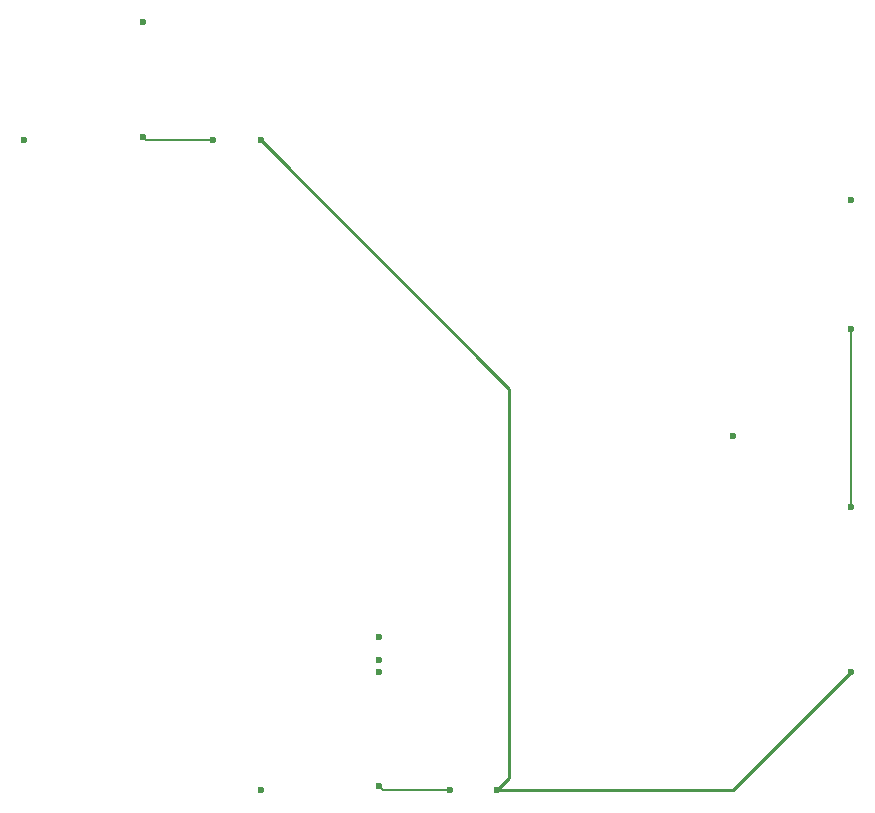
<source format=gbl>
G04 Gerber file generated by Gerbonara*
%TF.GenerationSoftware,KiCad,Pcbnew,8.0.2-1*%
%TF.CreationDate,2024-09-30T19:11:18+01:00*%
%TF.ProjectId,test_module_1,74657374-5f6d-46f6-9475-6c655f312e6b,rev?*%
%TF.SameCoordinates,PX8583b00PY5f5e100*%
%TF.FileFunction,Copper,L4,Bot*%
%TF.FilePolarity,Positive*%
%MOMM*%
%FSLAX45Y45*%
%IPPOS*%
G75
%LPD*%
%ADD10C,0.6*%
%ADD11C,0.2*%
%ADD12C,0.254*%
D10*
X-001500000Y-002967000D03*
X-000900000Y-003000000D03*
D11*
X-001467000Y-003000000D01*
X-001500000Y-002967000D01*
D10*
X-003500000Y002533000D03*
X-002900000Y002500000D03*
D11*
X-003467000Y002500000D01*
X-003500000Y002533000D01*
D10*
X002500000Y-000600000D03*
X002500000Y000900000D03*
D11*
X002500000Y-000600000D01*
D12*
X-000500000Y-003000000D02*
X001500000Y-003000000D01*
X002500000Y-002000000D01*
X-000500000Y-003000000D02*
X-000400000Y-002900000D01*
X-000400000Y000400000D01*
X-002500000Y002500000D01*
D10*
X-001500000Y-002000000D03*
X-003500000Y003500000D03*
X002500000Y002000000D03*
X-000500000Y-003000000D03*
X-002500000Y002500000D03*
X002500000Y-002000000D03*
X-002500000Y-003000000D03*
X-004500000Y002500000D03*
X001500000Y0D03*
X-001500000Y-001900000D03*
X-001500000Y-001700000D03*
M02*
</source>
